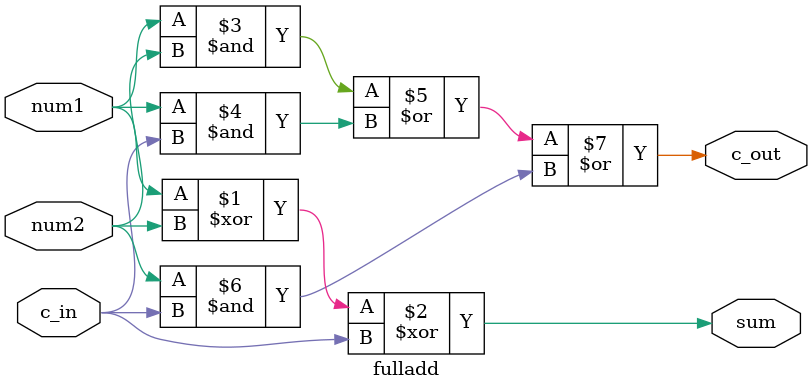
<source format=v>
module fulladd(
    input num1, num2, c_in,
    output sum, c_out
    );
        assign sum = num1 ^ num2 ^ c_in;
        assign c_out = (num1 & num2) | (num1 & c_in) | (num2 & c_in);
endmodule

// module divide (
//     input [7:0] num1, num2,
//     output reg [7:0] result,
//     output reg v
//     );
//     integer i;
//     reg [7:0] R;
//     reg [7:0] R_t;
    
//     initial begin
//         R=0;
//         R_t=0;
//     end

//     always @ (num1, num2) begin 
//         if(num2 == 0) begin 
//             result = 2'hFF; 
//             v = 0; 
//         end else begin
//             for(i = 15; i >= 0; i = i + 1)begin
//                 R={R_t << 1, num1[i]};
//                 if(R >= num2)begin
//                     R_t = R - num2;
//                     result[i] = 1;
//                 end else begin
//                     R_t = R;
//                     result[i] = 0;
//                 end
//             end
//             v = 1;
//         end
//     end
// endmodule


</source>
